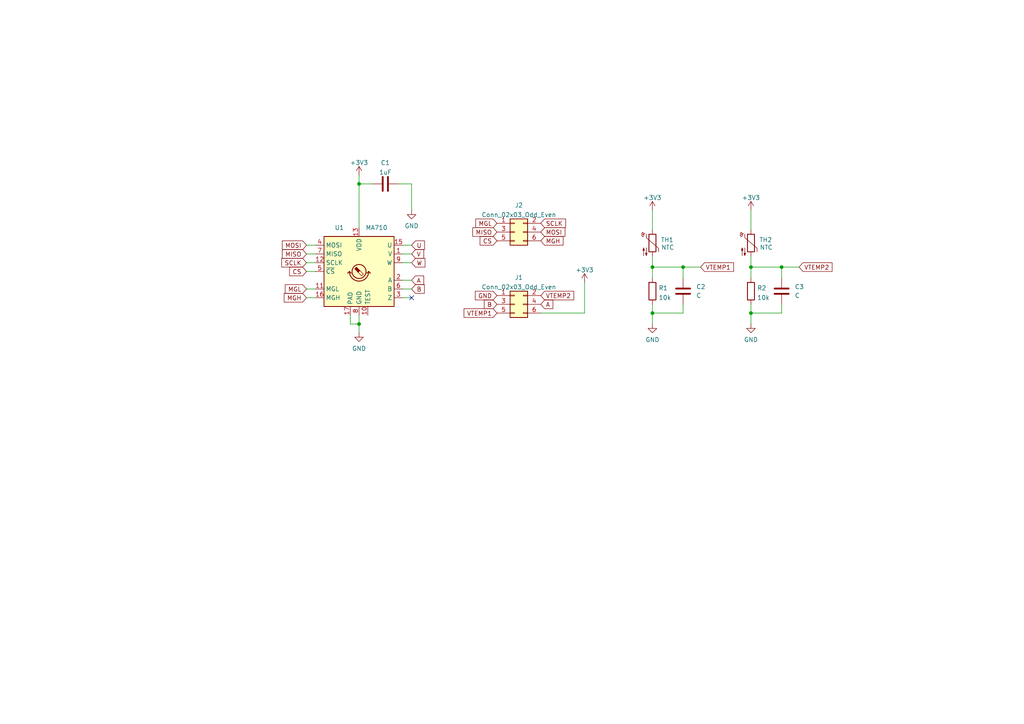
<source format=kicad_sch>
(kicad_sch (version 20211123) (generator eeschema)
  (paper "A4")
  (lib_symbols
    (symbol "Connector_Generic:Conn_02x03_Odd_Even" (pin_names (offset 1.016) hide)
      (property "Reference" "J" (at 1.27 5.08 0))
      (property "Value" "Conn_02x03_Odd_Even" (at 1.27 -5.08 0))
      (symbol "Conn_02x03_Odd_Even_1_1"
        (rectangle (start -1.27 -2.413) (end 0 -2.667) (stroke (width 0.1524)))
        (rectangle (start -1.27 0.127) (end 0 -0.127) (stroke (width 0.1524)))
        (rectangle (start -1.27 2.667) (end 0 2.413) (stroke (width 0.1524)))
        (rectangle (start -1.27 3.81) (end 3.81 -3.81) (stroke (width 0.254)) (fill (type background)))
        (rectangle (start 3.81 -2.413) (end 2.54 -2.667) (stroke (width 0.1524)))
        (rectangle (start 3.81 0.127) (end 2.54 -0.127) (stroke (width 0.1524)))
        (rectangle (start 3.81 2.667) (end 2.54 2.413) (stroke (width 0.1524)))
        (pin passive line (at -5.08 2.54 0) (length 3.81) (name "Pin_1") (number "1"))
        (pin passive line (at 7.62 2.54 180) (length 3.81) (name "Pin_2") (number "2"))
        (pin passive line (at -5.08 0 0) (length 3.81) (name "Pin_3") (number "3"))
        (pin passive line (at 7.62 0 180) (length 3.81) (name "Pin_4") (number "4"))
        (pin passive line (at -5.08 -2.54 0) (length 3.81) (name "Pin_5") (number "5"))
        (pin passive line (at 7.62 -2.54 180) (length 3.81) (name "Pin_6") (number "6"))
      )
    )
    (symbol "Device:C" (pin_numbers hide) (pin_names (offset 0.254))
      (property "Reference" "C" (at 0.635 2.54 0))
      (property "Value" "C" (at 0.635 -2.54 0))
      (symbol "C_0_1"
        (polyline (pts (xy -2.032 -0.762) (xy 2.032 -0.762)) (stroke (width 0.508)))
        (polyline (pts (xy -2.032 0.762) (xy 2.032 0.762)) (stroke (width 0.508)))
      )
      (symbol "C_1_1"
        (pin passive line (at 0 3.81 270) (length 2.794) (name "~") (number "1"))
        (pin passive line (at 0 -3.81 90) (length 2.794) (name "~") (number "2"))
      )
    )
    (symbol "Device:R" (pin_numbers hide) (pin_names (offset 0))
      (property "Reference" "R" (at 2.032 0 90))
      (property "Value" "R" (at 0 0 90))
      (symbol "R_0_1"
        (rectangle (start -1.016 -2.54) (end 1.016 2.54) (stroke (width 0.254)))
      )
      (symbol "R_1_1"
        (pin passive line (at 0 3.81 270) (length 1.27) (name "~") (number "1"))
        (pin passive line (at 0 -3.81 90) (length 1.27) (name "~") (number "2"))
      )
    )
    (symbol "Device:Thermistor_NTC" (pin_numbers hide) (pin_names (offset 0))
      (property "Reference" "TH" (at -4.445 0 90))
      (property "Value" "Thermistor_NTC" (at 3.175 0 90))
      (symbol "Thermistor_NTC_0_1"
        (arc (start -3.048 2.159) (mid -3.0505 2.3165) (end -3.175 2.413))
        (arc (start -3.048 2.159) (mid -2.9736 1.9794) (end -2.794 1.905))
        (arc (start -3.048 2.794) (mid -2.9736 2.6144) (end -2.794 2.54))
        (arc (start -2.794 1.905) (mid -2.6144 1.9794) (end -2.54 2.159))
        (arc (start -2.794 2.54) (mid -2.434 2.5608) (end -2.159 2.794))
        (arc (start -2.794 3.048) (mid -2.9736 2.9736) (end -3.048 2.794))
        (arc (start -2.54 2.794) (mid -2.6144 2.9736) (end -2.794 3.048))
        (rectangle (start -1.016 2.54) (end 1.016 -2.54) (stroke (width 0.254)))
        (polyline (pts (xy -2.54 2.159) (xy -2.54 2.794)))
        (polyline (pts (xy -1.778 2.54) (xy -1.778 1.524) (xy 1.778 -1.524) (xy 1.778 -2.54)))
        (polyline (pts (xy -2.54 -3.683) (xy -2.54 -1.397) (xy -2.794 -2.159) (xy -2.286 -2.159) (xy -2.54 -1.397) (xy -2.54 -1.651)) (fill (type outline)))
        (polyline (pts (xy -1.778 -1.397) (xy -1.778 -3.683) (xy -2.032 -2.921) (xy -1.524 -2.921) (xy -1.778 -3.683) (xy -1.778 -3.429)) (fill (type outline)))
      )
      (symbol "Thermistor_NTC_1_1"
        (pin passive line (at 0 3.81 270) (length 1.27) (name "~") (number "1"))
        (pin passive line (at 0 -3.81 90) (length 1.27) (name "~") (number "2"))
      )
    )
    (symbol "MA310:MA310"
      (property "Reference" "U" (at -10.16 11.43 0))
      (property "Value" "MA310" (at 10.16 11.43 0))
      (symbol "MA310_0_1"
        (rectangle (start -10.16 10.16) (end 10.16 -10.16) (stroke (width 0.254)) (fill (type background)))
        (arc (start -2.794 0) (mid 0 -2.794) (end 2.794 0) (stroke (width 0.254)))
        (polyline (pts (xy -2.794 0) (xy -3.302 -0.508)) (stroke (width 0.254)))
        (polyline (pts (xy -2.794 0) (xy -2.286 -0.508)) (stroke (width 0.254)))
        (polyline (pts (xy 2.794 0) (xy 2.286 -0.508)) (stroke (width 0.254)))
        (polyline (pts (xy 2.794 0) (xy 3.302 -0.508)) (stroke (width 0.254)))
      )
      (symbol "MA310_1_1"
        (polyline (pts (xy 0.254 0.254) (xy 1.27 -0.762) (xy 0.762 -1.27) (xy -0.254 -0.254)))
        (polyline (pts (xy -0.762 1.27) (xy 0.254 0.254) (xy -0.254 -0.254) (xy -1.27 0.762) (xy -1.016 1.016) (xy -0.762 1.27) (xy -0.635 1.143)) (fill (type outline)))
        (circle (center 0 0) (radius 2.032) (stroke (width 0.254)))
        (pin output line (at 12.7 5.08 180) (length 2.54) (name "V") (number "1"))
        (pin passive line (at 2.54 -12.7 90) (length 2.54) (name "TEST") (number "10"))
        (pin output line (at -12.7 -5.08 0) (length 2.54) (name "MGL") (number "11"))
        (pin input line (at -12.7 2.54 0) (length 2.54) (name "SCLK") (number "12"))
        (pin power_in line (at 0 12.7 270) (length 2.54) (name "VDD") (number "13"))
        (pin no_connect line (at 5.08 -10.16 90) (length 2.54) hide (name "NC") (number "14"))
        (pin input line (at 12.7 7.62 180) (length 2.54) (name "U") (number "15"))
        (pin output line (at -12.7 -7.62 0) (length 2.54) (name "MGH") (number "16"))
        (pin input line (at -2.54 -12.7 90) (length 2.54) (name "PAD") (number "17"))
        (pin output line (at 12.7 -2.54 180) (length 2.54) (name "A") (number "2"))
        (pin output line (at 12.7 -7.62 180) (length 2.54) (name "Z") (number "3"))
        (pin input line (at -12.7 7.62 0) (length 2.54) (name "MOSI") (number "4"))
        (pin input line (at -12.7 0 0) (length 2.54) (name "~{CS}") (number "5"))
        (pin output line (at 12.7 -5.08 180) (length 2.54) (name "B") (number "6"))
        (pin output line (at -12.7 5.08 0) (length 2.54) (name "MISO") (number "7"))
        (pin power_in line (at 0 -12.7 90) (length 2.54) (name "GND") (number "8"))
        (pin output line (at 12.7 2.54 180) (length 2.54) (name "W") (number "9"))
      )
    )
    (symbol "power:+3.3V" (power) (pin_names (offset 0))
      (property "Value" "+3.3V" (at 0 3.556 0))
      (symbol "+3.3V_0_1"
        (polyline (pts (xy -0.762 1.27) (xy 0 2.54)))
        (polyline (pts (xy 0 0) (xy 0 2.54)))
        (polyline (pts (xy 0 2.54) (xy 0.762 1.27)))
      )
      (symbol "+3.3V_1_1"
        (pin power_in line (at 0 0 90) (length 0) hide (name "+3V3") (number "1"))
      )
    )
    (symbol "power:GND" (power) (pin_names (offset 0))
      (property "Value" "GND" (at 0 -3.81 0))
      (symbol "GND_0_1"
        (polyline (pts (xy 0 0) (xy 0 -1.27) (xy 1.27 -1.27) (xy 0 -2.54) (xy -1.27 -1.27) (xy 0 -1.27)))
      )
      (symbol "GND_1_1"
        (pin power_in line (at 0 0 270) (length 0) hide (name "GND") (number "1"))
      )
    )
  )
  (junction (at 189.23 77.47))
  (junction (at 226.695 77.47))
  (junction (at 217.805 77.47))
  (junction (at 198.12 77.47))
  (junction (at 189.23 90.805))
  (junction (at 104.14 53.34))
  (junction (at 217.805 90.805))
  (junction (at 104.14 93.98))
  (no_connect (at 119.38 86.36))
  (wire (pts (xy 104.14 50.8) (xy 104.14 53.34)))
  (wire (pts (xy 189.23 77.47) (xy 198.12 77.47)))
  (wire (pts (xy 189.23 74.295) (xy 189.23 77.47)))
  (wire (pts (xy 198.12 90.805) (xy 189.23 90.805)))
  (wire (pts (xy 226.695 90.805) (xy 217.805 90.805)))
  (wire (pts (xy 217.805 88.265) (xy 217.805 90.805)))
  (wire (pts (xy 88.9 76.2) (xy 91.44 76.2)))
  (wire (pts (xy 189.23 88.265) (xy 189.23 90.805)))
  (wire (pts (xy 116.84 83.82) (xy 119.38 83.82)))
  (wire (pts (xy 104.14 53.34) (xy 104.14 66.04)))
  (wire (pts (xy 116.84 86.36) (xy 119.38 86.36)))
  (wire (pts (xy 101.6 91.44) (xy 101.6 93.98)))
  (wire (pts (xy 101.6 93.98) (xy 104.14 93.98)))
  (wire (pts (xy 169.545 81.915) (xy 169.545 90.805)))
  (wire (pts (xy 169.545 90.805) (xy 156.845 90.805)))
  (wire (pts (xy 226.695 77.47) (xy 231.775 77.47)))
  (wire (pts (xy 189.23 90.805) (xy 189.23 93.98)))
  (wire (pts (xy 198.12 77.47) (xy 203.2 77.47)))
  (wire (pts (xy 198.12 77.47) (xy 198.12 80.645)))
  (wire (pts (xy 217.805 74.295) (xy 217.805 77.47)))
  (wire (pts (xy 217.805 77.47) (xy 217.805 80.645)))
  (wire (pts (xy 226.695 88.265) (xy 226.695 90.805)))
  (wire (pts (xy 88.9 73.66) (xy 91.44 73.66)))
  (wire (pts (xy 189.23 60.96) (xy 189.23 66.675)))
  (wire (pts (xy 104.14 53.34) (xy 107.95 53.34)))
  (wire (pts (xy 198.12 88.265) (xy 198.12 90.805)))
  (wire (pts (xy 116.84 81.28) (xy 119.38 81.28)))
  (wire (pts (xy 88.9 71.12) (xy 91.44 71.12)))
  (wire (pts (xy 189.23 77.47) (xy 189.23 80.645)))
  (wire (pts (xy 115.57 53.34) (xy 119.38 53.34)))
  (wire (pts (xy 119.38 53.34) (xy 119.38 60.96)))
  (wire (pts (xy 116.84 76.2) (xy 119.38 76.2)))
  (wire (pts (xy 226.695 77.47) (xy 226.695 80.645)))
  (wire (pts (xy 116.84 73.66) (xy 119.38 73.66)))
  (wire (pts (xy 88.9 78.74) (xy 91.44 78.74)))
  (wire (pts (xy 217.805 77.47) (xy 226.695 77.47)))
  (wire (pts (xy 217.805 60.96) (xy 217.805 66.675)))
  (wire (pts (xy 88.9 86.36) (xy 91.44 86.36)))
  (wire (pts (xy 104.14 91.44) (xy 104.14 93.98)))
  (wire (pts (xy 104.14 93.98) (xy 104.14 96.52)))
  (wire (pts (xy 217.805 90.805) (xy 217.805 93.98)))
  (wire (pts (xy 88.9 83.82) (xy 91.44 83.82)))
  (wire (pts (xy 116.84 71.12) (xy 119.38 71.12)))
  (global_label "CS" (shape input) (at 144.145 69.85 180) (property "Intersheet References" "${INTERSHEET_REFS}" (effects hide)))
  (global_label "MGH" (shape input) (at 156.845 69.85 0) (property "Intersheet References" "${INTERSHEET_REFS}" (effects hide)))
  (global_label "SCLK" (shape input) (at 88.9 76.2 180) (property "Intersheet References" "${INTERSHEET_REFS}" (effects hide)))
  (global_label "GND" (shape input) (at 144.145 85.725 180) (property "Intersheet References" "${INTERSHEET_REFS}" (effects hide)))
  (global_label "A" (shape input) (at 156.845 88.265 0) (property "Intersheet References" "${INTERSHEET_REFS}" (effects hide)))
  (global_label "MGL" (shape input) (at 144.145 64.77 180) (property "Intersheet References" "${INTERSHEET_REFS}" (effects hide)))
  (global_label "MGH" (shape input) (at 88.9 86.36 180) (property "Intersheet References" "${INTERSHEET_REFS}" (effects hide)))
  (global_label "B" (shape input) (at 119.38 83.82 0) (property "Intersheet References" "${INTERSHEET_REFS}" (effects hide)))
  (global_label "VTEMP2" (shape input) (at 231.775 77.47 0) (property "Intersheet References" "${INTERSHEET_REFS}" (effects hide)))
  (global_label "MOSI" (shape input) (at 156.845 67.31 0) (property "Intersheet References" "${INTERSHEET_REFS}" (effects hide)))
  (global_label "VTEMP1" (shape input) (at 144.145 90.805 180) (property "Intersheet References" "${INTERSHEET_REFS}" (effects hide)))
  (global_label "MISO" (shape input) (at 144.145 67.31 180) (property "Intersheet References" "${INTERSHEET_REFS}" (effects hide)))
  (global_label "MGL" (shape input) (at 88.9 83.82 180) (property "Intersheet References" "${INTERSHEET_REFS}" (effects hide)))
  (global_label "W" (shape input) (at 119.38 76.2 0) (property "Intersheet References" "${INTERSHEET_REFS}" (effects hide)))
  (global_label "MISO" (shape input) (at 88.9 73.66 180) (property "Intersheet References" "${INTERSHEET_REFS}" (effects hide)))
  (global_label "SCLK" (shape input) (at 156.845 64.77 0) (property "Intersheet References" "${INTERSHEET_REFS}" (effects hide)))
  (global_label "V" (shape input) (at 119.38 73.66 0) (property "Intersheet References" "${INTERSHEET_REFS}" (effects hide)))
  (global_label "B" (shape input) (at 144.145 88.265 180) (property "Intersheet References" "${INTERSHEET_REFS}" (effects hide)))
  (global_label "U" (shape input) (at 119.38 71.12 0) (property "Intersheet References" "${INTERSHEET_REFS}" (effects hide)))
  (global_label "MOSI" (shape input) (at 88.9 71.12 180) (property "Intersheet References" "${INTERSHEET_REFS}" (effects hide)))
  (global_label "CS" (shape input) (at 88.9 78.74 180) (property "Intersheet References" "${INTERSHEET_REFS}" (effects hide)))
  (global_label "A" (shape input) (at 119.38 81.28 0) (property "Intersheet References" "${INTERSHEET_REFS}" (effects hide)))
  (global_label "VTEMP1" (shape input) (at 203.2 77.47 0) (property "Intersheet References" "${INTERSHEET_REFS}" (effects hide)))
  (global_label "VTEMP2" (shape input) (at 156.845 85.725 0) (property "Intersheet References" "${INTERSHEET_REFS}" (effects hide)))
  (symbol (lib_id "power:GND") (at 217.805 93.98 0) (unit 1)
    (property "Reference" "#PWR05" (effects hide))
    (property "Value" "GND" (at 217.805 98.5426 0))
  )
  (symbol (lib_id "power:+3.3V") (at 104.14 50.8 0) (unit 1)
    (property "Reference" "#PWR0101" (effects hide))
    (property "Value" "+3.3V" (at 104.14 47.1954 0))
  )
  (symbol (lib_id "Connector_Generic:Conn_02x03_Odd_Even") (at 149.225 67.31 0) (unit 1)
    (property "Reference" "J2" (at 150.495 59.5334 0))
    (property "Value" "Conn_02x03_Odd_Even" (at 150.495 62.3085 0))
    (property "Footprint" "Connector_PinSocket_2.54mm:PinSocket_2x03_P2.54mm_Vertical" (effects hide))
  )
  (symbol (lib_id "Device:C") (at 198.12 84.455 0) (unit 1)
    (property "Reference" "C2" (at 201.93 83.1849 0) (effects (justify left)))
    (property "Value" "C" (at 201.93 85.7249 0) (effects (justify left)))
    (property "Footprint" "footprints:C_0603_1608Metric_Pad1.08x0.95mm_HandSolder" (effects hide))
  )
  (symbol (lib_id "power:+3.3V") (at 169.545 81.915 0) (unit 1)
    (property "Reference" "#PWR0103" (effects hide))
    (property "Value" "+3.3V" (at 169.545 78.3104 0))
  )
  (symbol (lib_id "Device:C") (at 226.695 84.455 0) (unit 1)
    (property "Reference" "C3" (at 230.505 83.1849 0) (effects (justify left)))
    (property "Value" "C" (at 230.505 85.7249 0) (effects (justify left)))
    (property "Footprint" "footprints:C_0603_1608Metric_Pad1.08x0.95mm_HandSolder" (effects hide))
  )
  (symbol (lib_id "Device:C") (at 111.76 53.34 90) (unit 1)
    (property "Reference" "C1" (at 111.76 47.2144 90))
    (property "Value" "1uF" (at 111.76 49.9895 90))
    (property "Footprint" "footprints:C_0603_1608Metric_Pad1.08x0.95mm_HandSolder" (effects hide))
  )
  (symbol (lib_id "power:GND") (at 189.23 93.98 0) (unit 1)
    (property "Reference" "#PWR04" (effects hide))
    (property "Value" "GND" (at 189.23 98.5426 0))
  )
  (symbol (lib_id "power:+3.3V") (at 217.805 60.96 0) (unit 1)
    (property "Reference" "#PWR02" (effects hide))
    (property "Value" "+3.3V" (at 217.805 57.3554 0))
  )
  (symbol (lib_id "power:GND") (at 104.14 96.52 0) (unit 1)
    (property "Reference" "#PWR0102" (effects hide))
    (property "Value" "GND" (at 104.14 101.0826 0))
  )
  (symbol (lib_id "Device:Thermistor_NTC") (at 189.23 70.485 0) (unit 1)
    (property "Reference" "TH1" (at 191.6431 69.5765 0) (effects (justify left)))
    (property "Value" "NTC" (at 191.77 71.755 0) (effects (justify left)))
    (property "Footprint" "footprints:PinHeader_1x02_P2.54mm_Vertical" (effects hide))
  )
  (symbol (lib_id "MA310:MA310") (at 104.14 78.74 0) (unit 1)
    (property "Reference" "U1" (at 98.425 66.04 0))
    (property "Value" "MA710" (at 109.22 66.04 0))
    (property "Footprint" "Package_DFN_QFN:VQFN-16-1EP_3x3mm_P0.5mm_EP1.8x1.8mm" (effects hide))
    (property "Datasheet" "https://www.monolithicpower.com/en/documentview/productdocument/index/version/2/document_type/Datasheet/lang/en/sku/MA310/document_id/3560/" (effects hide))
  )
  (symbol (lib_id "Connector_Generic:Conn_02x03_Odd_Even") (at 149.225 88.265 0) (unit 1)
    (property "Reference" "J1" (at 150.495 80.4884 0))
    (property "Value" "Conn_02x03_Odd_Even" (at 150.495 83.2635 0))
    (property "Footprint" "Connector_PinSocket_2.54mm:PinSocket_2x03_P2.54mm_Vertical" (effects hide))
  )
  (symbol (lib_id "power:+3.3V") (at 189.23 60.96 0) (unit 1)
    (property "Reference" "#PWR03" (effects hide))
    (property "Value" "+3.3V" (at 189.23 57.3554 0))
  )
  (symbol (lib_id "Device:R") (at 217.805 84.455 0) (unit 1)
    (property "Reference" "R2" (at 219.5831 83.5465 0) (effects (justify left)))
    (property "Value" "10k" (at 219.5831 86.3216 0) (effects (justify left)))
    (property "Footprint" "footprints:R_0603_1608Metric_Pad0.98x0.95mm_HandSolder" (effects hide))
  )
  (symbol (lib_id "Device:R") (at 189.23 84.455 0) (unit 1)
    (property "Reference" "R1" (at 191.0081 83.5465 0) (effects (justify left)))
    (property "Value" "10k" (at 191.0081 86.3216 0) (effects (justify left)))
    (property "Footprint" "footprints:R_0603_1608Metric_Pad0.98x0.95mm_HandSolder" (effects hide))
  )
  (symbol (lib_id "power:GND") (at 119.38 60.96 0) (unit 1)
    (property "Reference" "#PWR01" (effects hide))
    (property "Value" "GND" (at 119.38 65.5226 0))
  )
  (symbol (lib_id "Device:Thermistor_NTC") (at 217.805 70.485 0) (unit 1)
    (property "Reference" "TH2" (at 220.2181 69.5765 0) (effects (justify left)))
    (property "Value" "NTC" (at 220.345 71.755 0) (effects (justify left)))
    (property "Footprint" "footprints:PinHeader_1x02_P2.54mm_Vertical" (effects hide))
  )
)
</source>
